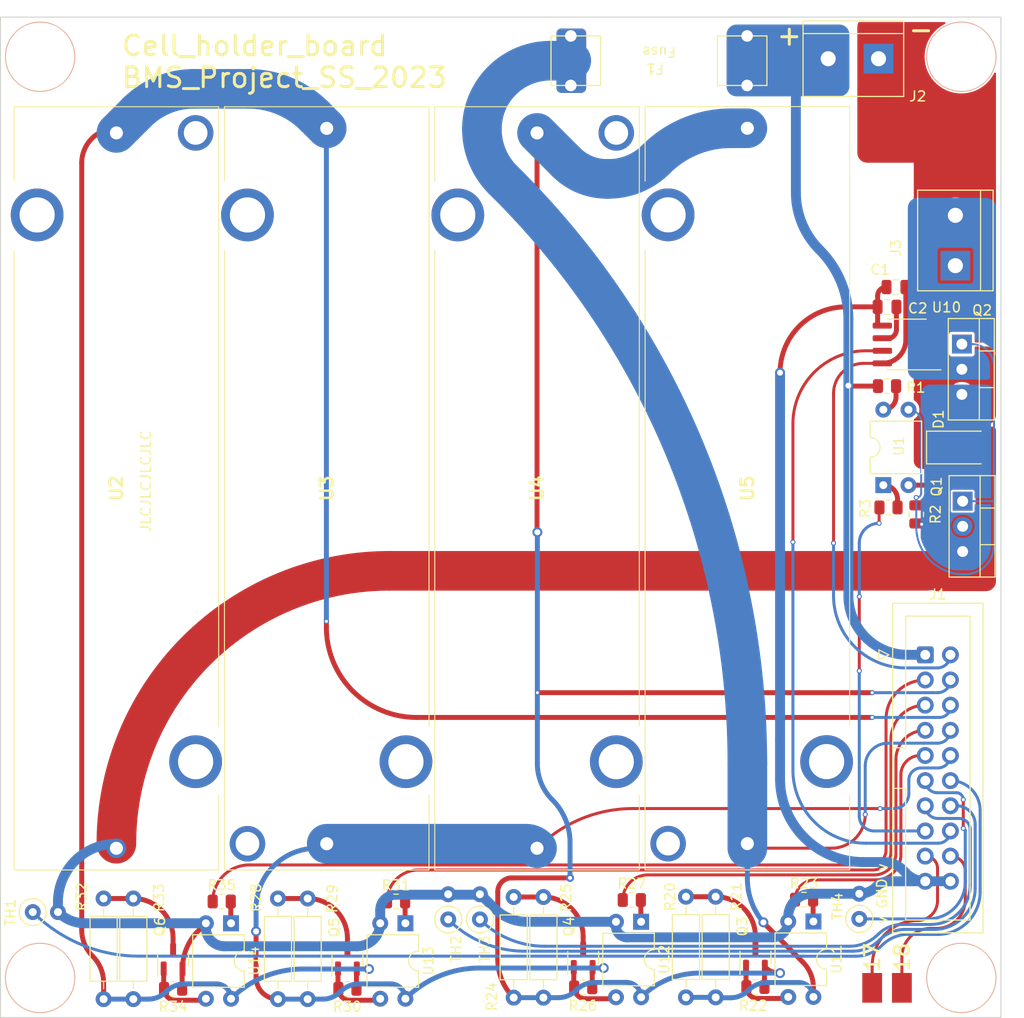
<source format=kicad_pcb>
(kicad_pcb (version 20221018) (generator pcbnew)
  (layers (0 "F.Cu" signal) (31 "B.Cu" signal) (34 "B.Paste" user) (35 "F.Paste" user) (36 "B.SilkS" user "B.Silkscreen") (37 "F.SilkS" user "F.Silkscreen") (38 "B.Mask" user) (39 "F.Mask" user) (44 "Edge.Cuts" user))
  (net 0 "")
  (net 1 "+5V")
  (net 2 "GND")
  (net 3 "Net-(U10-FILTER)")
  (net 4 "/Current_sensor/I_out")
  (net 5 "+BATT")
  (net 6 "/balancing_ctrl_1")
  (net 7 "/balancing_ctrl_2")
  (net 8 "/balancing_ctrl_3")
  (net 9 "/balancing_ctrl_4")
  (net 10 "/bat01")
  (net 11 "/bat02")
  (net 12 "/bat03")
  (net 13 "/temp_sensor01")
  (net 14 "/temp_sensor02")
  (net 15 "/temp_sensor03")
  (net 16 "/temp_sensor04")
  (net 17 "/bat_main_switch")
  (net 18 "/current_sensor")
  (net 19 "Net-(J1-Pin_17)")
  (net 20 "Net-(J1-Pin_18)")
  (net 21 "/Current_sensor/I_in")
  (net 22 "Net-(Q1-G)")
  (net 23 "Net-(Q1-S)")
  (net 24 "Net-(Q3-G)")
  (net 25 "Net-(Q3-D)")
  (net 26 "Net-(Q4-G)")
  (net 27 "Net-(Q4-D)")
  (net 28 "Net-(Q5-G)")
  (net 29 "Net-(Q5-D)")
  (net 30 "Net-(Q6-G)")
  (net 31 "Net-(Q6-D)")
  (net 32 "Net-(R1-Pad2)")
  (net 33 "Net-(R3-Pad2)")
  (net 34 "Net-(R23-Pad2)")
  (net 35 "Net-(R27-Pad2)")
  (net 36 "Net-(R31-Pad2)")
  (net 37 "Net-(R35-Pad2)")
  (net 50 "/bat04")
  (footprint "Package_DIP:DIP-4_W7.62mm" (layer "F.Cu") (at 115.675 150.33 -90)
    (fp_text reference "U12")
    (fp_text value "LTV-817")
  )
  (footprint "Resistor_SMD:R_0805_2012Metric" (layer "F.Cu") (at 132.125 148.1)
    (fp_text reference "R23")
    (fp_text value "1k")
  )
  (footprint "Package_TO_SOT_SMD:SOT-23" (layer "F.Cu") (at 86.025 154.1375 90)
    (fp_text reference "Q5")
    (fp_text value "Q_NMOS_GSD")
  )
  (footprint "Resistor_THT:R_Axial_DIN0207_L6.3mm_D2.5mm_P2.54mm_Vertical" (layer "F.Cu") (at 96.2 150.09 90)
    (fp_text reference "TH2")
    (fp_text value "Thermistor")
  )
  (footprint "BMS_lib:Prototyping_Wood_Hole" (layer "F.Cu") (at 148 156)
    (fp_text reference "M3" hide)
    (fp_text value "Prototyping_Wood_Hole" hide)
  )
  (footprint "Resistor_THT:R_Axial_DIN0207_L6.3mm_D2.5mm_P2.54mm_Vertical" (layer "F.Cu") (at 137.7 150.04 90)
    (fp_text reference "TH4")
    (fp_text value "Thermistor")
  )
  (footprint "Diode_SMD:D_SMA" (layer "F.Cu") (at 148 102.45)
    (fp_text reference "D1")
    (fp_text value "20V")
  )
  (footprint "Resistor_SMD:R_0805_2012Metric" (layer "F.Cu") (at 114.735 148.13)
    (fp_text reference "R27")
    (fp_text value "1k")
  )
  (footprint "Package_TO_SOT_THT:TO-220-3_Vertical" (layer "F.Cu") (at 148.135 107.87 -90)
    (fp_text reference "Q1")
    (fp_text value "IRLB8721PBF")
  )
  (footprint "Resistor_THT:R_Axial_DIN0207_L6.3mm_D2.5mm_P10.16mm_Horizontal" (layer "F.Cu") (at 120.2 157.96 90)
    (fp_text reference "R20")
    (fp_text value "100")
  )
  (footprint "Resistor_SMD:R_0805_2012Metric" (layer "F.Cu") (at 140.5 96.25)
    (fp_text reference "R1")
    (fp_text value "1k")
  )
  (footprint "TerminalBlock:TerminalBlock_bornier-2_P5.08mm" (layer "F.Cu") (at 147.4 84.09 90)
    (fp_text reference "J3")
    (fp_text value "aux_I")
  )
  (footprint "Resistor_SMD:R_0805_2012Metric" (layer "F.Cu") (at 127.215 156.92)
    (fp_text reference "R22")
    (fp_text value "100k")
  )
  (footprint "BMS_lib:Fuse_Glass_5x20mm" (layer "F.Cu") (at 126.375 65.9 180)
    (fp_text reference "F1")
    (fp_text value "Fuse")
  )
  (footprint "Capacitor_SMD:C_0805_2012Metric" (layer "F.Cu") (at 141.4 86.25 180)
    (fp_text reference "C1")
    (fp_text value "220n 25V")
  )
  (footprint "BMS_lib:Prototyping_Wood_Hole" (layer "F.Cu") (at 148 63)
    (fp_text reference "M2" hide)
    (fp_text value "Prototyping_Wood_Hole" hide)
  )
  (footprint "BMS_lib:1043P" (layer "F.Cu") (at 105.166666 106.57 90)
    (fp_text reference "U4")
    (fp_text value "1043P" hide)
  )
  (footprint "Resistor_THT:R_Axial_DIN0207_L6.3mm_D2.5mm_P2.54mm_Vertical" (layer "F.Cu") (at 54.26 149.35)
    (fp_text reference "TH1")
    (fp_text value "Thermistor")
  )
  (footprint "BMS_lib:Prototyping_Pad_Data" (layer "F.Cu") (at 142 157)
    (fp_text reference "PAD2")
    (fp_text value "18")
  )
  (footprint "Resistor_THT:R_Axial_DIN0207_L6.3mm_D2.5mm_P2.54mm_Vertical" (layer "F.Cu") (at 99.4 150.09 90)
    (fp_text reference "TH3")
    (fp_text value "Thermistor")
  )
  (footprint "Resistor_THT:R_Axial_DIN0207_L6.3mm_D2.5mm_P10.16mm_Horizontal" (layer "F.Cu") (at 102.81 157.99 90)
    (fp_text reference "R24")
    (fp_text value "100")
  )
  (footprint "Package_DIP:DIP-4_W7.62mm" (layer "F.Cu") (at 140.125 106.25 90)
    (fp_text reference "U1")
    (fp_text value "LTV-817")
  )
  (footprint "Resistor_THT:R_Axial_DIN0207_L6.3mm_D2.5mm_P10.16mm_Horizontal" (layer "F.Cu") (at 64.41 158.14 90)
    (fp_text reference "R33")
    (fp_text value "100")
  )
  (footprint "Resistor_THT:R_Axial_DIN0207_L6.3mm_D2.5mm_P10.16mm_Horizontal" (layer "F.Cu") (at 79.01 158.14 90)
    (fp_text reference "R28")
    (fp_text value "100")
  )
  (footprint "TerminalBlock:TerminalBlock_bornier-2_P5.08mm" (layer "F.Cu") (at 139.64 63.2 180)
    (fp_text reference "J2")
    (fp_text value "Load_connector")
  )
  (footprint "Resistor_THT:R_Axial_DIN0207_L6.3mm_D2.5mm_P10.16mm_Horizontal" (layer "F.Cu") (at 123.2 157.96 90)
    (fp_text reference "R21")
    (fp_text value "100")
  )
  (footprint "Resistor_THT:R_Axial_DIN0207_L6.3mm_D2.5mm_P10.16mm_Horizontal" (layer "F.Cu") (at 82.01 158.14 90)
    (fp_text reference "R29")
    (fp_text value "100")
  )
  (footprint "Resistor_SMD:R_0805_2012Metric" (layer "F.Cu") (at 140.65 108.5)
    (fp_text reference "R3")
    (fp_text value "4.7k")
  )
  (footprint "Package_TO_SOT_SMD:SOT-23" (layer "F.Cu") (at 109.825 153.9875 90)
    (fp_text reference "Q4")
    (fp_text value "Q_NMOS_GSD")
  )
  (footprint "BMS_lib:Prototyping_Wood_Hole" (layer "F.Cu") (at 55 63)
    (fp_text reference "M1" hide)
    (fp_text value "Prototyping_Wood_Hole" hide)
  )
  (footprint "Package_TO_SOT_THT:TO-220-3_Vertical" (layer "F.Cu") (at 148.055 92.01 -90)
    (fp_text reference "Q2")
    (fp_text value "IRLB8721PBF")
  )
  (footprint "Resistor_SMD:R_0805_2012Metric" (layer "F.Cu") (at 73.335 148.28)
    (fp_text reference "R35")
    (fp_text value "1k")
  )
  (footprint "BMS_lib:Prototyping_Pad_Data" (layer "F.Cu") (at 139 157)
    (fp_text reference "PAD1")
    (fp_text value "17")
  )
  (footprint "BMS_lib:1043P" (layer "F.Cu") (at 83.933333 106.57 -90)
    (fp_text reference "U3")
    (fp_text value "1043P" hide)
  )
  (footprint "Package_TO_SOT_SMD:SOT-23" (layer "F.Cu") (at 68.425 154.1375 90)
    (fp_text reference "Q6")
    (fp_text value "Q_NMOS_GSD")
  )
  (footprint "Connector_IDC:IDC-Header_2x10_P2.54mm_Vertical" (layer "F.Cu") (at 144.36 123.38)
    (fp_text reference "J1")
    (fp_text value "Conn_01x20_Pin")
  )
  (footprint "BMS_lib:1043P" (layer "F.Cu") (at 126.399999 106.56 -90)
    (fp_text reference "U5")
    (fp_text value "1043P" hide)
  )
  (footprint "BMS_lib:1043P" (layer "F.Cu") (at 62.7 106.57 90)
    (fp_text reference "U2")
    (fp_text value "1043P" hide)
  )
  (footprint "Package_SO:SOIC-8_3.9x4.9mm_P1.27mm" (layer "F.Cu") (at 142.5 92.05 180)
    (fp_text reference "U10")
    (fp_text value "ACS712xLCTR-20A")
  )
  (footprint "Resistor_THT:R_Axial_DIN0207_L6.3mm_D2.5mm_P10.16mm_Horizontal" (layer "F.Cu") (at 105.81 157.99 90)
    (fp_text reference "R25")
    (fp_text value "100")
  )
  (footprint "Resistor_SMD:R_0805_2012Metric" (layer "F.Cu") (at 143.45 109.2 -90)
    (fp_text reference "R2")
    (fp_text value "47k")
  )
  (footprint "BMS_lib:Prototyping_Wood_Hole" (layer "F.Cu") (at 55 156)
    (fp_text reference "M4" hide)
    (fp_text value "Prototyping_Wood_Hole" hide)
  )
  (footprint "Resistor_SMD:R_0805_2012Metric" (layer "F.Cu") (at 68.425 157.1)
    (fp_text reference "R34")
    (fp_text value "100k")
  )
  (footprint "Resistor_THT:R_Axial_DIN0207_L6.3mm_D2.5mm_P10.16mm_Horizontal" (layer "F.Cu") (at 61.41 158.14 90)
    (fp_text reference "R32")
    (fp_text value "100")
  )
  (footprint "Package_DIP:DIP-4_W7.62mm" (layer "F.Cu") (at 133.065 150.3 -90)
    (fp_text reference "U11")
    (fp_text value "LTV-817")
  )
  (footprint "Resistor_SMD:R_0805_2012Metric" (layer "F.Cu") (at 90.935 148.28)
    (fp_text reference "R31")
    (fp_text value "1k")
  )
  (footprint "Resistor_SMD:R_0805_2012Metric" (layer "F.Cu") (at 109.825 156.95)
    (fp_text reference "R26")
    (fp_text value "100k")
  )
  (footprint "Resistor_SMD:R_0805_2012Metric" (layer "F.Cu") (at 86.025 157.1)
    (fp_text reference "R30")
    (fp_text value "100k")
  )
  (footprint "Package_DIP:DIP-4_W7.62mm" (layer "F.Cu") (at 91.875 150.48 -90)
    (fp_text reference "U13")
    (fp_text value "LTV-817")
  )
  (footprint "Capacitor_SMD:C_0805_2012Metric" (layer "F.Cu") (at 140.5 88.25 180)
    (fp_text reference "C2")
    (fp_text value "1n")
  )
  (footprint "Package_TO_SOT_SMD:SOT-23" (layer "F.Cu") (at 127.215 153.9575 90)
    (fp_text reference "Q3")
    (fp_text value "Q_NMOS_GSD")
  )
  (footprint "Package_DIP:DIP-4_W7.62mm" (layer "F.Cu") (at 74.275 150.48 -90)
    (fp_text reference "U14")
    (fp_text value "LTV-817")
  )
  (gr_rect (start 51 59) (end 152 160) (stroke (width 0.1)) (fill none) (layer "Edge.Cuts"))
  (gr_text "Cell_holder_board\nBMS_Project_SS_2023" (at 63.08 66.28) (layer "F.SilkS") (effects (font (size 2 2) (thickness 0.3)) (justify left bottom)))
  (gr_text "v GND v" (at 140.57 150.62 90) (layer "F.SilkS") (effects (font (size 1 1)) (justify left bottom)))
  (gr_text "JLCJLCJLCJLC" (at 66.26 111.1 90) (layer "F.SilkS") (effects (font (size 1 1)) (justify left bottom)))
  (gr_text "-" (at 142.5 61.4) (layer "F.SilkS") (effects (font (size 2 2) (thickness 0.3)) (justify left bottom)))
  (gr_text "+" (at 129.2 62) (layer "F.SilkS") (effects (font (size 2 2) (thickness 0.3)) (justify left bottom)))
  (segment (start 142.35 86.25) (end 142.4 86.3) (width 0.5) (layer "F.Cu") (net 1))
  (segment (start 140.025 93.955) (end 138.145 93.955) (width 0.3) (layer "F.Cu") (net 1))
  (segment (start 142.4 86.3) (end 142.4 91.58) (width 0.5) (layer "F.Cu") (net 1))
  (segment (start 135.1 97) (end 135.1 112.1) (width 0.3) (layer "F.Cu") (net 1))
  (via (at 135.1 112.1) (size 0.5) (drill 0.3) (layers "F.Cu" "B.Cu") (net 1))
  (arc (start 142.4 91.58) (mid 141.704379 93.259379) (end 140.025 93.955) (width 0.5) (layer "F.Cu") (net 1))
  (arc (start 138.145 93.955) (mid 135.99186 94.84686) (end 135.1 97) (width 0.3) (layer "F.Cu") (net 1))
  (segment (start 142.399987 124.7) (end 145.58 124.7) (width 0.3) (layer "B.Cu") (net 1))
  (segment (start 135.1 112.1) (end 135.1 117.4) (width 0.3) (layer "B.Cu") (net 1))
  (arc (start 145.58 124.7) (mid 146.513381 124.313381) (end 146.9 123.38) (width 0.3) (layer "B.Cu") (net 1))
  (arc (start 135.1 117.4) (mid 137.238117 122.561883) (end 142.399987 124.7) (width 0.3) (layer "B.Cu") (net 1))
  (segment (start 139.55 90.1) (end 139.6 90.15) (width 0.5) (layer "F.Cu") (net 2))
  (segment (start 139.55 88.25) (end 136.35 88.25) (width 0.5) (layer "F.Cu") (net 2))
  (segment (start 139.55 88.25) (end 139.55 90.1) (width 0.5) (layer "F.Cu") (net 2))
  (segment (start 69.3375 157.1) (end 69.3375 155.1125) (width 0.5) (layer "F.Cu") (net 2))
  (segment (start 142.665 106.25) (end 145.1 106.25) (width 0.5) (layer "F.Cu") (net 2))
  (segment (start 139.55 88.25) (end 139.55 87.15) (width 0.5) (layer "F.Cu") (net 2))
  (segment (start 70.955384 151.259617) (end 71.735 150.48) (width 0.5) (layer "F.Cu") (net 2))
  (segment (start 90.249999 114.9) (end 144.5 114.9) (width 4) (layer "F.Cu") (net 2))
  (via (at 129.7 94.9) (size 1) (drill 0.6) (layers "F.Cu" "B.Cu") (net 2))
  (arc (start 90.249999 114.9) (mid 70.769208 122.969208) (end 62.7 142.45) (width 4) (layer "F.Cu") (net 2))
  (arc (start 139.55 87.15) (mid 139.813604 86.513604) (end 140.45 86.25) (width 0.5) (layer "F.Cu") (net 2))
  (arc (start 69.3375 155.1125) (mid 69.348483 155.085983) (end 69.375 155.075) (width 0.5) (layer "F.Cu") (net 2))
  (arc (start 69.375 155.075) (mid 69.785728 153.010129) (end 70.955384 151.259617) (width 0.5) (layer "F.Cu") (net 2))
  (arc (start 136.35 88.25) (mid 131.64774 90.19774) (end 129.7 94.9) (width 0.5) (layer "F.Cu") (net 2))
  (segment (start 130.525 150.3) (end 130.525 149.84) (width 1) (layer "B.Cu") (net 2))
  (segment (start 129.7 135.9) (end 129.7 131.9) (width 1) (layer "B.Cu") (net 2))
  (segment (start 71.735 150.48) (end 71.735 150.94) (width 1) (layer "B.Cu") (net 2))
  (segment (start 113.135 150.33) (end 113.135 150.79) (width 1) (layer "B.Cu") (net 2))
  (segment (start 142.448041 145.44804) (end 142.1 145.1) (width 1) (layer "B.Cu") (net 2))
  (segment (start 140.16863 144.3) (end 138.1 144.3) (width 1) (layer "B.Cu") (net 2))
  (segment (start 114.245 151.9) (end 128.925 151.9) (width 1) (layer "B.Cu") (net 2))
  (segment (start 73.595 152.8) (end 87.015 152.8) (width 1) (layer "B.Cu") (net 2))
  (segment (start 140.751959 146.24) (end 146.9 146.24) (width 1) (layer "B.Cu") (net 2))
  (segment (start 132.865 147.5) (end 137.7 147.5) (width 1) (layer "B.Cu") (net 2))
  (segment (start 56.8 149.35) (end 56.8 148.35) (width 1) (layer "B.Cu") (net 2))
  (segment (start 59.528061 150.48) (end 71.735 150.48) (width 1) (layer "B.Cu") (net 2))
  (segment (start 137.7 147.5) (end 137.710051 147.5) (width 1) (layer "B.Cu") (net 2))
  (segment (start 90.9 147.6) (end 99.35 147.6) (width 1) (layer "B.Cu") (net 2))
  (segment (start 129.7 131.9) (end 129.7 94.9) (width 1) (layer "B.Cu") (net 2))
  (segment (start 99.485356 147.585355) (end 100.9 149) (width 1) (layer "B.Cu") (net 2))
  (segment (start 104.110904 150.33) (end 113.135 150.33) (width 1) (layer "B.Cu") (net 2))
  (segment (start 89.335 150.48) (end 89.335 149.165) (width 1) (layer "B.Cu") (net 2))
  (arc (start 128.925 151.9) (mid 130.056371 151.431371) (end 130.525 150.3) (width 1) (layer "B.Cu") (net 2))
  (arc (start 87.015 152.8) (mid 88.655488 152.120488) (end 89.335 150.48) (width 1) (layer "B.Cu") (net 2))
  (arc (start 113.135 150.79) (mid 113.460111 151.574889) (end 114.245 151.9) (width 1) (layer "B.Cu") (net 2))
  (arc (start 137.710051 147.5) (mid 138.624645 147.318076) (end 139.4 146.8) (width 1) (layer "B.Cu") (net 2))
  (arc (start 56.8 149.35) (mid 58.051645 150.186323) (end 59.528061 150.48) (width 1) (layer "B.Cu") (net 2))
  (arc (start 138.1 144.3) (mid 132.160303 141.839697) (end 129.7 135.9) (width 1) (layer "B.Cu") (net 2))
  (arc (start 100.9 149) (mid 102.373175 149.984345) (end 104.110904 150.33) (width 1) (layer "B.Cu") (net 2))
  (arc (start 89.335 149.165) (mid 89.793378 148.058378) (end 90.9 147.6) (width 1) (layer "B.Cu") (net 2))
  (arc (start 139.4 146.8) (mid 140.020283 146.38554) (end 140.751959 146.24) (width 1) (layer "B.Cu") (net 2))
  (arc (start 99.35 147.6) (mid 99.385355 147.585355) (end 99.4 147.55) (width 1) (layer "B.Cu") (net 2))
  (arc (start 142.1 145.1) (mid 141.213881 144.507913) (end 140.16863 144.3) (width 1) (layer "B.Cu") (net 2))
  (arc (start 71.735 150.94) (mid 72.279781 152.255219) (end 73.595 152.8) (width 1) (layer "B.Cu") (net 2))
  (arc (start 130.525 149.84) (mid 131.21037 148.18537) (end 132.865 147.5) (width 1) (layer "B.Cu") (net 2))
  (arc (start 144.36 146.24) (mid 143.325255 146.034176) (end 142.448041 145.44804) (width 1) (layer "B.Cu") (net 2))
  (arc (start 99.4 147.55) (mid 99.446194 147.559189) (end 99.485356 147.585355) (width 1) (layer "B.Cu") (net 2))
  (arc (start 56.8 148.35) (mid 58.52807 144.17807) (end 62.7 142.45) (width 1) (layer "B.Cu") (net 2))
  (segment (start 140.543528 91.45) (end 140.4 91.45) (width 0.5) (layer "F.Cu") (net 3))
  (segment (start 141.45 88.25) (end 141.45 90.543528) (width 0.5) (layer "F.Cu") (net 3))
  (arc (start 141.45 90.543528) (mid 141.1845 91.1845) (end 140.543528 91.45) (width 0.5) (layer "F.Cu") (net 3))
  (segment (start 139.5875 96.25) (end 136.65 96.25) (width 0.5) (layer "F.Cu") (net 5))
  (via (at 136.6 96.2) (size 1) (drill 0.6) (layers "F.Cu" "B.Cu") (net 5))
  (arc (start 144.311716 123.4) (mid 144.337847 123.394802) (end 144.36 123.38) (width 1) (layer "F.Cu") (net 5))
  (arc (start 136.65 96.25) (mid 136.614645 96.235355) (end 136.6 96.2) (width 0.5) (layer "F.Cu") (net 5))
  (segment (start 131.3 63.2) (end 131.3 76.705888) (width 1) (layer "B.Cu") (net 5))
  (segment (start 136.6 89.501219) (end 136.6 96.2) (width 1) (layer "B.Cu") (net 5))
  (segment (start 134.56 63.2) (end 131.3 63.2) (width 1) (layer "B.Cu") (net 5))
  (segment (start 142.590003 123.38) (end 144.36 123.38) (width 1) (layer "B.Cu") (net 5))
  (segment (start 136.6 96.2) (end 136.6 117.389997) (width 1) (layer "B.Cu") (net 5))
  (arc (start 131.3 76.705888) (mid 131.923739 79.841639) (end 133.7 82.5) (width 1) (layer "B.Cu") (net 5))
  (arc (start 136.6 117.389997) (mid 138.354431 121.625569) (end 142.590003 123.38) (width 1) (layer "B.Cu") (net 5))
  (arc (start 133.7 82.5) (mid 135.846314 85.712186) (end 136.6 89.501219) (width 1) (layer "B.Cu") (net 5))
  (segment (start 76.11 144.5925) (end 137.7925 144.5925) (width 0.3) (layer "F.Cu") (net 6))
  (segment (start 137.7925 144.5925) (end 138.885747 144.5925) (width 0.3) (layer "F.Cu") (net 6))
  (segment (start 140.4 143.078247) (end 140.4 129.88) (width 0.3) (layer "F.Cu") (net 6))
  (arc (start 137.7925 144.5925) (mid 137.797803 144.594697) (end 137.8 144.6) (width 0.3) (layer "F.Cu") (net 6))
  (arc (start 140.4 129.88) (mid 141.559857 127.079857) (end 144.36 125.92) (width 0.3) (layer "F.Cu") (net 6))
  (arc (start 76.11 144.5925) (mid 73.502544 145.672544) (end 72.4225 148.28) (width 0.3) (layer "F.Cu") (net 6))
  (arc (start 138.885747 144.5925) (mid 139.956486 144.148986) (end 140.4 143.078247) (width 0.3) (layer "F.Cu") (net 6))
  (segment (start 140.9 143.250214) (end 140.9 131.92) (width 0.3) (layer "F.Cu") (net 7))
  (segment (start 93.2025 145.1) (end 139.050214 145.1) (width 0.3) (layer "F.Cu") (net 7))
  (arc (start 90.0225 148.28) (mid 90.9539 146.0314) (end 93.2025 145.1) (width 0.3) (layer "F.Cu") (net 7))
  (arc (start 139.050214 145.1) (mid 140.35821 144.55821) (end 140.9 143.250214) (width 0.3) (layer "F.Cu") (net 7))
  (arc (start 140.9 131.92) (mid 141.913411 129.473411) (end 144.36 128.46) (width 0.3) (layer "F.Cu") (net 7))
  (segment (start 141.4 143.404963) (end 141.4 133.96) (width 0.3) (layer "F.Cu") (net 8))
  (segment (start 116.3525 145.6) (end 139.204963 145.6) (width 0.3) (layer "F.Cu") (net 8))
  (arc (start 139.204963 145.6) (mid 140.757089 144.957089) (end 141.4 143.404963) (width 0.3) (layer "F.Cu") (net 8))
  (arc (start 141.4 133.96) (mid 142.266964 131.866964) (end 144.36 131) (width 0.3) (layer "F.Cu") (net 8))
  (arc (start 113.8225 148.13) (mid 114.56352 146.34102) (end 116.3525 145.6) (width 0.3) (layer "F.Cu") (net 8))
  (segment (start 141.9 143.540997) (end 141.9 135.5) (width 0.3) (layer "F.Cu") (net 9))
  (segment (start 143.86 133.54) (end 144.36 133.54) (width 0.3) (layer "F.Cu") (net 9))
  (segment (start 133.2125 146.1) (end 139.340997 146.1) (width 0.3) (layer "F.Cu") (net 9))
  (arc (start 141.9 135.5) (mid 142.474071 134.114071) (end 143.86 133.54) (width 0.3) (layer "F.Cu") (net 9))
  (arc (start 131.2125 148.1) (mid 131.798286 146.685786) (end 133.2125 146.1) (width 0.3) (layer "F.Cu") (net 9))
  (arc (start 139.340997 146.1) (mid 141.150485 145.350485) (end 141.9 143.540997) (width 0.3) (layer "F.Cu") (net 9))
  (segment (start 61.41 156.479777) (end 61.41 158.14) (width 0.5) (layer "F.Cu") (net 10))
  (segment (start 59.2 73.73) (end 59.2 151.144366) (width 0.5) (layer "F.Cu") (net 10))
  (segment (start 86.9375 157.1) (end 86.9375 155.1125) (width 0.5) (layer "F.Cu") (net 10))
  (segment (start 83.9 120.6) (end 83.9 120) (width 0.5) (layer "F.Cu") (net 10))
  (segment (start 87.035355 155.1) (end 88.2 155.1) (width 0.5) (layer "F.Cu") (net 10))
  (segment (start 139 129.7) (end 93 129.7) (width 0.5) (layer "F.Cu") (net 10))
  (via (at 139 129.7) (size 0.5) (drill 0.3) (layers "F.Cu" "B.Cu") (net 10))
  (via (at 83.9 120) (size 0.5) (drill 0.3) (layers "F.Cu" "B.Cu") (net 10))
  (via (at 88.2 155.1) (size 1) (drill 0.6) (layers "F.Cu" "B.Cu") (net 10))
  (arc (start 93 129.7) (mid 86.565328 127.034672) (end 83.9 120.6) (width 0.5) (layer "F.Cu") (net 10))
  (arc (start 62.7 70.23) (mid 60.225126 71.255126) (end 59.2 73.73) (width 0.5) (layer "F.Cu") (net 10))
  (arc (start 59.2 151.144366) (mid 59.48588 152.581585) (end 60.3 153.8) (width 0.5) (layer "F.Cu") (net 10))
  (arc (start 60.3 153.8) (mid 61.12152 155.029492) (end 61.41 156.479777) (width 0.5) (layer "F.Cu") (net 10))
  (arc (start 86.975 155.075) (mid 87.00269 155.093503) (end 87.035355 155.1) (width 0.5) (layer "F.Cu") (net 10))
  (arc (start 86.9375 155.1125) (mid 86.948483 155.085983) (end 86.975 155.075) (width 0.5) (layer "F.Cu") (net 10))
  (segment (start 83.933333 70.23) (end 82.717548 69.014215) (width 4) (layer "B.Cu") (net 10))
  (segment (start 146.9 128.46) (end 146.9 128.6) (width 0.5) (layer "B.Cu") (net 10))
  (segment (start 88.2 155.1) (end 81.51764 155.1) (width 0.5) (layer "B.Cu") (net 10))
  (segment (start 76.02 66.24) (end 70.52 66.24) (width 4) (layer "B.Cu") (net 10))
  (segment (start 62.7 70.69) (end 64.76705 68.62295) (width 4) (layer "B.Cu") (net 10))
  (segment (start 83.9 120) (end 83.9 70.723333) (width 0.5) (layer "B.Cu") (net 10))
  (segment (start 64.41 158.14) (end 65.913482 158.14) (width 0.5) (layer "B.Cu") (net 10))
  (segment (start 145.8 129.7) (end 139 129.7) (width 0.3) (layer "B.Cu") (net 10))
  (segment (start 69.63137 156.6) (end 72.775001 156.6) (width 0.5) (layer "B.Cu") (net 10))
  (segment (start 61.41 158.14) (end 64.41 158.14) (width 0.5) (layer "B.Cu") (net 10))
  (arc (start 65.913482 158.14) (mid 66.880339 157.947681) (end 67.7 157.4) (width 0.5) (layer "B.Cu") (net 10))
  (arc (start 83.9 70.723333) (mid 83.909763 70.699763) (end 83.933333 70.69) (width 0.5) (layer "B.Cu") (net 10))
  (arc (start 72.775001 156.6) (mid 73.83566 157.03934) (end 74.275 158.1) (width 0.5) (layer "B.Cu") (net 10))
  (arc (start 81.51764 155.1) (mid 77.597951 155.879674) (end 74.275 158.1) (width 0.5) (layer "B.Cu") (net 10))
  (arc (start 82.717548 69.014215) (mid 79.644687 66.960995) (end 76.02 66.24) (width 4) (layer "B.Cu") (net 10))
  (arc (start 67.7 157.4) (mid 68.586119 156.807914) (end 69.63137 156.6) (width 0.5) (layer "B.Cu") (net 10))
  (arc (start 64.76705 68.62295) (mid 67.406526 66.859309) (end 70.52 66.24) (width 4) (layer "B.Cu") (net 10))
  (arc (start 146.9 128.6) (mid 146.577817 129.377817) (end 145.8 129.7) (width 0.3) (layer "B.Cu") (net 10))
  (segment (start 76.8 151.3) (end 76.8 155.93) (width 0.5) (layer "F.Cu") (net 11))
  (segment (start 139.8005 138.9) (end 114.847662 138.9) (width 0.3) (layer "F.Cu") (net 11))
  (segment (start 111.9 155) (end 110.956066 155) (width 0.5) (layer "F.Cu") (net 11))
  (segment (start 110.7375 156.95) (end 110.7375 154.9625) (width 0.5) (layer "F.Cu") (net 11))
  (via (at 76.8 151.3) (size 1) (drill 0.6) (layers "F.Cu" "B.Cu") (net 11))
  (via (at 139.8005 138.9) (size 0.5) (drill 0.3) (layers "F.Cu" "B.Cu") (net 11))
  (via (at 111.9 155) (size 1) (drill 0.6) (layers "F.Cu" "B.Cu") (net 11))
  (arc (start 76.8 155.93) (mid 77.447294 157.492706) (end 79.01 158.14) (width 0.5) (layer "F.Cu") (net 11))
  (arc (start 110.956066 155) (mid 110.858074 154.980508) (end 110.775 154.925) (width 0.5) (layer "F.Cu") (net 11))
  (arc (start 110.7375 154.9625) (mid 110.748483 154.935983) (end 110.775 154.925) (width 0.5) (layer "F.Cu") (net 11))
  (arc (start 114.847662 138.9) (mid 109.608345 139.942165) (end 105.166666 142.91) (width 0.3) (layer "F.Cu") (net 11))
  (segment (start 79.01 158.14) (end 82.01 158.14) (width 0.5) (layer "B.Cu") (net 11))
  (segment (start 143.942943 134.8) (end 145.64 134.8) (width 0.3) (layer "B.Cu") (net 11))
  (segment (start 87.23137 156.6) (end 90.375 156.6) (width 0.5) (layer "B.Cu") (net 11))
  (segment (start 139.8005 138.9) (end 141.2 138.9) (width 0.3) (layer "B.Cu") (net 11))
  (segment (start 99.359062 155) (end 111.9 155) (width 0.5) (layer "B.Cu") (net 11))
  (segment (start 83.933333 142.91) (end 82.89 142.91) (width 0.5) (layer "B.Cu") (net 11))
  (segment (start 142.7 137.4) (end 142.7 136.042943) (width 0.3) (layer "B.Cu") (net 11))
  (segment (start 76.8 149) (end 76.8 151.3) (width 0.5) (layer "B.Cu") (net 11))
  (segment (start 83.933333 142.45) (end 104.056128 142.45) (width 4) (layer "B.Cu") (net 11))
  (segment (start 82.01 158.14) (end 83.513482 158.14) (width 0.5) (layer "B.Cu") (net 11))
  (arc (start 85.3 157.4) (mid 86.186119 156.807914) (end 87.23137 156.6) (width 0.5) (layer "B.Cu") (net 11))
  (arc (start 83.513482 158.14) (mid 84.480339 157.947681) (end 85.3 157.4) (width 0.5) (layer "B.Cu") (net 11))
  (arc (start 82.89 142.91) (mid 78.58372 144.69372) (end 76.8 149) (width 0.5) (layer "B.Cu") (net 11))
  (arc (start 90.375 156.6) (mid 91.43566 157.03934) (end 91.875 158.1) (width 0.5) (layer "B.Cu") (net 11))
  (arc (start 91.875 158.1) (mid 95.308716 155.805664) (end 99.359062 155) (width 0.5) (layer "B.Cu") (net 11))
  (arc (start 104.056128 142.45) (mid 104.657146 142.56955) (end 105.166666 142.91) (width 4) (layer "B.Cu") (net 11))
  (arc (start 145.64 134.8) (mid 146.530955 134.430955) (end 146.9 133.54) (width 0.3) (layer "B.Cu") (net 11))
  (arc (start 142.7 136.042943) (mid 143.06405 135.16405) (end 143.942943 134.8) (width 0.3) (layer "B.Cu") (net 11))
  (arc (start 141.2 138.9) (mid 142.26066 138.46066) (end 142.7 137.4) (width 0.3) (layer "B.Cu") (net 11))
  (segment (start 105.166666 70.23) (end 105.166666 110.966666) (width 0.5) (layer "F.Cu") (net 12))
  (segment (start 101.2 147.3) (end 101.2 154.103117) (width 0.5) (layer "F.Cu") (net 12))
  (segment (start 139 127.2) (end 105.2 127.2) (width 0.5) (layer "F.Cu") (net 12))
  (segment (start 105.166666 110.966666) (end 105.2 111) (width 0.5) (layer "F.Cu") (net 12))
  (segment (start 129.7 155.5105) (end 129.650948 155.5105) (width 0.5) (layer "F.Cu") (net 12))
  (segment (start 102.6 145.9) (end 102.8 145.9) (width 0.5) (layer "F.Cu") (net 12))
  (segment (start 128.1275 156.92) (end 128.1275 154.9325) (width 0.5) (layer "F.Cu") (net 12))
  (segment (start 102.8 145.9) (end 108.5 145.9) (width 0.5) (layer "F.Cu") (net 12))
  (via (at 105.2 111) (size 1) (drill 0.6) (layers "F.Cu" "B.Cu") (net 12))
  (via (at 108.5 145.9) (size 0.8) (drill 0.4) (layers "F.Cu" "B.Cu") (net 12))
  (via (at 105.2 127.2) (size 0.5) (drill 0.3) (layers "F.Cu" "B.Cu") (net 12))
  (via (at 139 127.2) (size 0.5) (drill 0.3) (layers "F.Cu" "B.Cu") (net 12))
  (via (at 129.7 155.5105) (size 1) (drill 0.6) (layers "F.Cu" "B.Cu") (net 12))
  (arc (start 128.1275 154.9325) (mid 128.138483 154.905983) (end 128.165 154.895) (width 0.5) (layer "F.Cu") (net 12))
  (arc (start 129.650948 155.5105) (mid 128.846759 155.350537) (end 128.165 154.895) (width 0.5) (layer "F.Cu") (net 12))
  (arc (start 101.2 154.103117) (mid 101.618425 156.206682) (end 102.81 157.99) (width 0.5) (layer "F.Cu") (net 12))
  (arc (start 101.2 147.3) (mid 101.610051 146.310051) (end 102.6 145.9) (width 0.5) (layer "F.Cu") (net 12))
  (segment (start 124.722346 70.22) (end 126.399999 70.22) (width 4) (layer "B.Cu") (net 12))
  (segment (start 105.2 111) (end 105.2 127.2) (width 0.5) (layer "B.Cu") (net 12))
  (segment (start 105.166666 70.69) (end 108.114323 73.637657) (width 4) (layer "B.Cu") (net 12))
  (segment (start 105.2 134.37868) (end 105.2 127.2) (width 0.5) (layer "B.Cu") (net 12))
  (segment (start 108.5 145.9) (end 108.5 142.345584) (width 0.5) (layer "B.Cu") (net 12))
  (segment (start 112.2 75.33) (end 112.385716 75.33) (width 4) (layer "B.Cu") (net 12))
  (segment (start 145.62 127.2) (end 145.1 127.2) (width 0.3) (layer "B.Cu") (net 12))
  (segment (start 145.1 127.2) (end 139 127.2) (width 0.3) (layer "B.Cu") (net 12))
  (segment (start 111.03137 156.45) (end 114.175 156.45) (width 0.5) (layer "B.Cu") (net 12))
  (segment (start 102.81 157.99) (end 105.81 157.99) (width 0.5) (layer "B.Cu") (net 12))
  (segment (start 105.81 157.99) (end 107.313482 157.99) (width 0.5) (layer "B.Cu") (net 12))
  (segment (start 121.564473 155.5105) (end 129.7 155.5105) (width 0.5) (layer "B.Cu") (net 12))
  (arc (start 109.1 157.25) (mid 109.986119 156.657914) (end 111.03137 156.45) (width 0.5) (layer "B.Cu") (net 12))
  (arc (start 146.9 125.92) (mid 146.525097 126.825097) (end 145.62 127.2) (width 0.3) (layer "B.Cu") (net 12))
  (arc (start 107.313482 157.99) (mid 108.280339 157.797681) (end 109.1 157.25) (width 0.5) (layer "B.Cu") (net 12))
  (arc (start 115.675 157.95) (mid 118.377112 156.144506) (end 121.564473 155.5105) (width 0.5) (layer "B.Cu") (net 12))
  (arc (start 114.175 156.45) (mid 115.23566 156.88934) (end 115.675 157.95) (width 0.5) (layer "B.Cu") (net 12))
  (arc (start 108.5 142.345584) (mid 108.032195 139.993771) (end 106.7 138) (width 0.5) (layer "B.Cu") (net 12))
  (arc (start 108.114323 73.637657) (mid 109.988847 74.890174) (end 112.2 75.33) (width 4) (layer "B.Cu") (net 12))
  (arc (start 112.385716 75.33) (mid 114.985775 74.812816) (end 117.19 73.34) (width 4) (layer "B.Cu") (net 12))
  (arc (start 117.19 73.34) (mid 120.645869 71.030862) (end 124.722346 70.22) (width 4) (layer "B.Cu") (net 12))
  (arc (start 106.7 138) (mid 105.589837 136.338525) (end 105.2 134.37868) (width 0.5) (layer "B.Cu") (net 12))
  (segment (start 143.409906 151.609906) (end 145.603602 151.609906) (width 0.3) (layer "B.Cu") (net 13))
  (segment (start 143.4 151.6) (end 143.409906 151.609906) (width 0.3) (layer "B.Cu") (net 13))
  (segment (start 65.00325 153.8) (end 132 153.8) (width 0.3) (layer "B.Cu") (net 13))
  (segment (start 142.655634 151.6) (end 143.4 151.6) (width 0.3) (layer "B.Cu") (net 13))
  (segment (start 132 153.8) (end 132.00736 153.80736) (width 0.3) (layer "B.Cu") (net 13))
  (segment (start 132.00736 153.80736) (end 137.326597 153.80736) (width 0.3) (layer "B.Cu") (net 13))
  (segment (start 149.9 147.313508) (end 149.9 139.08) (width 0.3) (layer "B.Cu") (net 13))
  (arc (start 145.603602 151.609906) (mid 148.641614 150.35152) (end 149.9 147.313508) (width 0.3) (layer "B.Cu") (net 13))
  (arc (start 137.326597 153.80736) (mid 138.773432 153.519567) (end 140 152.7) (width 0.3) (layer "B.Cu") (net 13))
  (arc (start 149.9 139.08) (mid 149.02132 136.95868) (end 146.9 136.08) (width 0.3) (layer "B.Cu") (net 13))
  (arc (start 140 152.7) (mid 141.218415 151.885881) (end 142.655634 151.6) (width 0.3) (layer "B.Cu") (net 13))
  (arc (start 54.26 149.35) (mid 59.189045 152.643483) (end 65.00325 153.8) (width 0.3) (layer "B.Cu") (net 13))
  (segment (start 145.237238 151.102483) (end 143.702483 151.102483) (width 0.3) (layer "B.Cu") (net 14))
  (segment (start 143.702483 151.102483) (end 143.7 151.1) (width 0.3) (layer "B.Cu") (net 14))
  (segment (start 149.4 140.5) (end 149.4 146.939721) (width 0.3) (layer "B.Cu") (net 14))
  (segment (start 137.044366 153.3) (end 103.949625 153.3) (width 0.3) (layer "B.Cu") (net 14))
  (segment (start 143.7 151.1) (end 142.355634 151.1) (width 0.3) (layer "B.Cu") (net 14))
  (segment (start 146.9 138.62) (end 147.52 138.62) (width 0.3) (layer "B.Cu") (net 14))
  (arc (start 139.7 152.2) (mid 138.481585 153.01412) (end 137.044366 153.3) (width 0.3) (layer "B.Cu") (net 14))
  (arc (start 147.52 138.62) (mid 148.849361 139.170639) (end 149.4 140.5) (width 0.3) (layer "B.Cu") (net 14))
  (arc (start 149.4 146.939721) (mid 148.180755 149.883238) (end 145.237238 151.102483) (width 0.3) (layer "B.Cu") (net 14))
  (arc (start 142.355634 151.1) (mid 140.918415 151.385881) (end 139.7 152.2) (width 0.3) (layer "B.Cu") (net 14))
  (arc (start 103.949625 153.3) (mid 99.755558 152.465748) (end 96.2 150.09) (width 0.3) (layer "B.Cu") (net 14))
  (segment (start 142.014213 150.6) (end 144.906682 150.6) (width 0.3) (layer "B.Cu") (net 15))
  (segment (start 148.9 146.606682) (end 148.9 141.046558) (width 0.3) (layer "B.Cu") (net 15))
  (segment (start 105.942518 152.8) (end 136.702944 152.8) (width 0.3) (layer "B.Cu") (net 15))
  (segment (start 147.753442 139.9) (end 145.64 139.9) (width 0.3) (layer "B.Cu") (net 15))
  (arc (start 99.4 150.09) (mid 102.401732 152.095694) (end 105.942518 152.8) (width 0.3) (layer "B.Cu") (net 15))
  (arc (start 145.64 139.9) (mid 144.734903 139.525097) (end 144.36 138.62) (width 0.3) (layer "B.Cu") (net 15))
  (arc (start 136.702944 152.8) (mid 138.270819 152.48813) (end 139.6 151.6) (width 0.3) (layer "B.Cu") (net 15))
  (arc (start 144.906682 150.6) (mid 147.730384 149.430384) (end 148.9 146.606682) (width 0.3) (layer "B.Cu") (net 15))
  (arc (start 148.9 141.046558) (mid 148.564181 140.235819) (end 147.753442 139.9) (width 0.3) (layer "B.Cu") (net 15))
  (arc (start 139.6 151.6) (mid 140.70765 150.859892) (end 142.014213 150.6) (width 0.3) (layer "B.Cu") (net 15))
  (segment (start 148.2 138) (end 148.2 140.9) (width 0.3) (layer "F.Cu") (net 16))
  (via (at 148.2 138) (size 0.5) (drill 0.3) (layers "F.Cu" "B.Cu") (net 16))
  (via (at 148.2 140.9) (size 0.5) (drill 0.3) (layers "F.Cu" "B.Cu") (net 16))
  (segment (start 148.4 141.1) (end 148.4 146.3) (width 0.3) (layer "B.Cu") (net 16))
  (segment (start 148.2 140.9) (end 148.4 141.1) (width 0.3) (layer "B.Cu") (net 16))
  (segment (start 145.58 137.3) (end 147.5 137.3) (width 0.3) (layer "B.Cu") (net 16))
  (segment (start 144.66 150.04) (end 137.7 150.04) (width 0.3) (layer "B.Cu") (net 16))
  (arc (start 144.36 136.08) (mid 144.71733 136.94267) (end 145.58 137.3) (width 0.3) (layer "B.Cu") (net 16))
  (arc (start 148.4 146.3) (mid 147.304579 148.944579) (end 144.66 150.04) (width 0.3) (layer "B.Cu") (net 16))
  (arc (start 147.5 137.3) (mid 147.994975 137.505025) (end 148.2 138) (width 0.3) (layer "B.Cu") (net 16))
  (segment (start 137.7 125) (end 137.7 117.5) (width 0.3) (layer "F.Cu") (net 17))
  (segment (start 139.7 110.1) (end 139.7 108.5375) (width 0.3) (layer "F.Cu") (net 17))
  (via (at 139.7 110.1) (size 0.5) (drill 0.3) (layers "F.Cu" "B.Cu") (net 17))
  (via (at 137.7 125) (size 0.5) (drill 0.3) (layers "F.Cu" "B.Cu") (net 17))
  (via (at 137.7 117.5) (size 0.5) (drill 0.3) (layers "F.Cu" "B.Cu") (net 17))
  (arc (start 139.7 108.5375) (mid 139.710983 108.510983) (end 139.7375 108.5) (width 0.3) (layer "F.Cu") (net 17))
  (segment (start 137.7 117.5) (end 137.7 112.1) (width 0.3) (layer "B.Cu") (net 17))
  (segment (start 139.199969 141.16) (end 144.36 141.16) (width 0.3) (layer "B.Cu") (net 17))
  (segment (start 137.7 125) (end 137.7 139.660031) (width 0.3) (layer "B.Cu") (net 17))
  (arc (start 137.7 112.1) (mid 138.285786 110.685786) (end 139.7 110.1) (width 0.3) (layer "B.Cu") (net 17))
  (arc (start 137.7 139.660031) (mid 138.13934 140.72066) (end 139.199969 141.16) (width 0.3) (layer "B.Cu") (net 17))
  (segment (start 131 100.057893) (end 131 111.5) (width 0.3) (layer "F.Cu") (net 18))
  (segment (start 140.025 92.685) (end 138.372893 92.685) (width 0.3) (layer "F.Cu") (net 18))
  (segment (start 131 111.5) (end 131 112) (width 0.3) (layer "F.Cu") (net 18))
  (via (at 131 112) (size 0.5) (drill 0.3) (layers "F.Cu" "B.Cu") (net 18))
  (arc (start 138.372893 92.685) (mid 133.15947 94.84447) (end 131 100.057893) (width 0.3) (layer "F.Cu") (net 18))
  (segment (start 138.37968 142.4) (end 145.66 142.4) (width 0.3) (layer "B.Cu") (net 18))
  (segment (start 131 112) (end 131 135.02032) (width 0.3) (layer "B.Cu") (net 18))
  (arc (start 131 135.02032) (mid 133.161458 140.238542) (end 138.37968 142.4) (width 0.3) (layer "B.Cu") (net 18))
  (arc (start 145.66 142.4) (mid 146.536812 142.036812) (end 146.9 141.16) (width 0.3) (layer "B.Cu") (net 18))
  (segment (start 139 157) (end 139 154.8) (width 0.3) (layer "F.Cu") (net 19))
  (segment (start 145.6 148.2) (end 145.6 144.94) (width 0.3) (layer "F.Cu") (net 19))
  (arc (start 143.6 150.2) (mid 145.014214 149.614214) (end 145.6 148.2) (width 0.3) (layer "F.Cu") (net 19))
  (arc (start 145.6 144.94) (mid 145.236812 144.063188) (end 144.36 143.7) (width 0.3) (layer "F.Cu") (net 19))
  (arc (start 139 154.8) (mid 140.347309 151.547309) (end 143.6 150.2) (width 0.3) (layer "F.Cu") (net 19))
  (segment (start 144.9 151) (end 145.5 151) (width 0.3) (layer "F.Cu") (net 20))
  (segment (start 142 157) (end 142 153.9) (width 0.3) (layer "F.Cu") (net 20))
  (segment (start 148.4 148.1) (end 148.4 145.2) (width 0.3) (layer "F.Cu") (net 20))
  (arc (start 148.4 145.2) (mid 147.96066 144.13934) (end 146.9 143.7) (width 0.3) (layer "F.Cu") (net 20))
  (arc (start 142 153.9) (mid 142.84939 151.84939) (end 144.9 151) (width 0.3) (layer "F.Cu") (net 20))
  (arc (start 145.5 151) (mid 147.55061 150.15061) (end 148.4 148.1) (width 0.3) (layer "F.Cu") (net 20))
  (segment (start 143.45 107.5) (end 143.45 108.2875) (width 0.2) (layer "F.Cu") (net 22))
  (via (at 143.45 107.5) (size 0.5) (drill 0.3) (layers "F.Cu" "B.Cu") (net 22))
  (segment (start 151.3 94.25) (end 151.3 104.705) (width 0.2) (layer "B.Cu") (net 22))
  (segment (start 148.055 92.01) (end 149.06 92.01) (width 0.2) (layer "B.Cu") (net 22))
  (segment (start 143.45 107.5) (end 143.5 107.5) (width 0.2) (layer "B.Cu") (net 22))
  (segment (start 148.135 107.87) (end 151.27 107.87) (width 0.2) (layer "B.Cu") (net 22))
  (segment (start 143.45 110.45) (end 143.45 107.5) (width 0.2) (layer "B.Cu") (net 22))
  (segment (start 148.35 115.25) (end 148.25 115.25) (width 0.2) (layer "B.Cu") (net 22))
  (segment (start 151.3 104.705) (end 151.3 107.9) (width 0.2) (layer "B.Cu") (net 22))
  (segment (start 143.95 107.05) (end 143.95 99.915) (width 0.2) (layer "B.Cu") (net 22))
  (segment (start 151.3 107.9) (end 151.3 112.3) (width 0.2) (layer "B.Cu") (net 22))
  (arc (start 151.27 107.87) (mid 151.291213 107.878787) (end 151.3 107.9) (width 0.2) (layer "B.Cu") (net 22))
  (arc (start 149.06 92.01) (mid 150.643919 92.666081) (end 151.3 94.25) (width 0.2) (layer "B.Cu") (net 22))
  (arc (start 143.95 99.915) (mid 143.573632 99.006368) (end 142.665 98.63) (width 0.2) (layer "B.Cu") (net 22))
  (arc (start 148.25 115.25) (mid 144.855887 113.844113) (end 143.45 110.45) (width 0.2) (layer "B.Cu") (net 22))
  (arc (start 143.5 107.5) (mid 143.818198 107.368198) (end 143.95 107.05) (width 0.2) (layer "B.Cu") (net 22))
  (arc (start 151.3 112.3) (mid 150.435965 114.385965) (end 148.35 115.25) (width 0.2) (layer "B.Cu") (net 22))
  (segment (start 143.661243 110.2) (end 144 110.2) (width 0.2) (layer "F.Cu") (net 23))
  (via (at 144 110.2) (size 0.5) (drill 0.3) (layers "F.Cu" "B.Cu") (net 23))
  (arc (start 143.45 110.1125) (mid 143.546919 110.177259) (end 143.661243 110.2) (width 0.2) (layer "F.Cu") (net 23))
  (segment (start 126.265 154.895) (end 126.265 156.8825) (width 0.5) (layer "F.Cu") (net 24))
  (segment (start 130.525 157.92) (end 130.375 158.07) (width 0.5) (layer "F.Cu") (net 24))
  (segment (start 130.375 158.07) (end 127.4525 158.07) (width 0.5) (layer "F.Cu") (net 24))
  (arc (start 127.4525 158.07) (mid 126.639327 157.733173) (end 126.3025 156.92) (width 0.5) (layer "F.Cu") (net 24))
  (arc (start 126.265 156.8825) (mid 126.275983 156.909017) (end 126.3025 156.92) (width 0.5) (layer "F.Cu") (net 24))
  (segment (start 120.2 147.8) (end 123.2 147.8) (width 0.5) (layer "F.Cu") (net 25))
  (segment (start 127.215 151.815) (end 127.215 153.02) (width 0.5) (layer "F.Cu") (net 25))
  (arc (start 123.2 147.8) (mid 126.039034 148.975966) (end 127.215 151.815) (width 0.5) (layer "F.Cu") (net 25))
  (segment (start 113.135 157.95) (end 112.985 158.1) (width 0.5) (layer "F.Cu") (net 26))
  (segment (start 112.985 158.1) (end 110.0625 158.1) (width 0.5) (layer "F.Cu") (net 26))
  (segment (start 108.875 154.925) (end 108.875 156.9125) (width 0.5) (layer "F.Cu") (net 26))
  (arc (start 110.0625 158.1) (mid 109.249327 157.763173) (end 108.9125 156.95) (width 0.5) (layer "F.Cu") (net 26))
  (arc (start 108.875 156.9125) (mid 108.885983 156.939017) (end 108.9125 156.95) (width 0.5) (layer "F.Cu") (net 26))
  (segment (start 102.81 147.83) (end 105.81 147.83) (width 0.5) (layer "F.Cu") (net 27))
  (segment (start 109.825 151.845) (end 109.825 153.05) (width 0.5) (layer "F.Cu") (net 27))
  (arc (start 105.81 147.83) (mid 108.649034 149.005966) (end 109.825 151.845) (width 0.5) (layer "F.Cu") (net 27))
  (segment (start 85.075 155.075) (end 85.075 157.0625) (width 0.5) (layer "F.Cu") (net 28))
  (segment (start 89.185 158.25) (end 86.2625 158.25) (width 0.5) (layer "F.Cu") (net 28))
  (segment (start 89.335 158.1) (end 89.185 158.25) (width 0.5) (layer "F.Cu") (net 28))
  (arc (start 85.075 157.0625) (mid 85.085983 157.089017) (end 85.1125 157.1) (width 0.5) (layer "F.Cu") (net 28))
  (arc (start 86.2625 158.25) (mid 85.449327 157.913173) (end 85.1125 157.1) (width 0.5) (layer "F.Cu") (net 28))
  (segment (start 86.025 151.995) (end 86.025 153.2) (width 0.5) (layer "F.Cu") (net 29))
  (segment (start 79.01 147.98) (end 82.01 147.98) (width 0.5) (layer "F.Cu") (net 29))
  (arc (start 82.01 147.98) (mid 84.849034 149.155966) (end 86.025 151.995) (width 0.5) (layer "F.Cu") (net 29))
  (segment (start 71.585 158.25) (end 68.6625 158.25) (width 0.5) (layer "F.Cu") (net 30))
  (segment (start 71.735 158.1) (end 71.585 158.25) (width 0.5) (layer "F.Cu") (net 30))
  (segment (start 67.475 155.075) (end 67.475 157.0625) (width 0.5) (layer "F.Cu") (net 30))
  (arc (start 68.6625 158.25) (mid 67.849327 157.913173) (end 67.5125 157.1) (width 0.5) (layer "F.Cu") (net 30))
  (arc (start 67.475 157.0625) (mid 67.485983 157.089017) (end 67.5125 157.1) (width 0.5) (layer "F.Cu") (net 30))
  (segment (start 68.425 151.995) (end 68.425 153.2) (width 0.5) (layer "F.Cu") (net 31))
  (segment (start 61.41 147.98) (end 64.41 147.98) (width 0.5) (layer "F.Cu") (net 31))
  (arc (start 64.41 147.98) (mid 67.249034 149.155966) (end 68.425 151.995) (width 0.5) (layer "F.Cu") (net 31))
  (segment (start 141.4125 96.25) (end 141.4125 97.3425) (width 0.5) (layer "F.Cu") (net 32))
  (arc (start 141.4125 97.3425) (mid 141.0354 98.2529) (end 140.125 98.63) (width 0.5) (layer "F.Cu") (net 32))
  (segment (start 141.5625 108.5) (end 141.5625 107.6875) (width 0.5) (layer "F.Cu") (net 33))
  (arc (start 141.5625 107.6875) (mid 141.141466 106.671034) (end 140.125 106.25) (width 0.5) (layer "F.Cu") (net 33))
  (segment (start 133.0375 148.1) (end 133.0375 150.2725) (width 0.5) (layer "F.Cu") (net 34))
  (segment (start 133.0375 150.2725) (end 133.065 150.3) (width 0.5) (layer "F.Cu") (net 34))
  (segment (start 115.6475 148.13) (end 115.6475 150.3025) (width 0.5) (layer "F.Cu") (net 35))
  (segment (start 115.6475 150.3025) (end 115.675 150.33) (width 0.5) (layer "F.Cu") (net 35))
  (segment (start 91.8475 148.28) (end 91.8475 150.4525) (width 0.5) (layer "F.Cu") (net 36))
  (segment (start 91.8475 150.4525) (end 91.875 150.48) (width 0.5) (layer "F.Cu") (net 36))
  (segment (start 74.2475 148.28) (end 74.2475 150.4525) (width 0.5) (layer "F.Cu") (net 37))
  (segment (start 74.2475 150.4525) (end 74.275 150.48) (width 0.5) (layer "F.Cu") (net 37))
  (segment (start 128.016589 150.383411) (end 128.016589 150.416589) (width 0.5) (layer "F.Cu") (net 50))
  (segment (start 134.8995 142.9) (end 126.399999 142.9) (width 0.3) (layer "F.Cu") (net 50))
  (segment (start 133.065 156.971137) (end 133.065 157.92) (width 0.5) (layer "F.Cu") (net 50))
  (segment (start 128.016589 150.416589) (end 132 154.4) (width 0.5) (layer "F.Cu") (net 50))
  (via (at 138.3 139.4995) (size 0.5) (drill 0.3) (layers "F.Cu" "B.Cu") (net 50))
  (via (at 128.016589 150.383411) (size 1) (drill 0.6) (layers "F.Cu" "B.Cu") (net 50))
  (arc (start 132 154.4) (mid 132.788225 155.579642) (end 133.065 156.971137) (width 0.5) (layer "F.Cu") (net 50))
  (arc (start 138.3 139.4995) (mid 137.304017 141.904017) (end 134.8995 142.9) (width 0.3) (layer "F.Cu") (net 50))
  (segment (start 120.2 157.96) (end 123.2 157.96) (width 0.5) (layer "B.Cu") (net 50))
  (segment (start 128.016589 150.383411) (end 128.016589 150.353602) (width 0.5) (layer "B.Cu") (net 50))
  (segment (start 145.6 132.3) (end 144.3 132.3) (width 0.3) (layer "B.Cu") (net 50))
  (segment (start 126.399999 145.971571) (end 126.399999 142.9) (width 0.5) (layer "B.Cu") (net 50))
  (segment (start 138.3 134.6) (end 138.3 139.4995) (width 0.3) (layer "B.Cu") (net 50))
  (segment (start 128.42137 156.46) (end 131.565 156.46) (width 0.5) (layer "B.Cu") (net 50))
  (segment (start 128.016589 150.353602) (end 127.863739 150.200752) (width 0.5) (layer "B.Cu") (net 50))
  (segment (start 126.399999 134.323965) (end 126.399999 142.9) (width 4) (layer "B.Cu") (net 50))
  (segment (start 108.625 63.4) (end 106.5 63.4) (width 4) (layer "B.Cu") (net 50))
  (segment (start 101.72132 75.421321) (end 102.2 75.9) (width 4) (layer "B.Cu") (net 50))
  (segment (start 123.2 158) (end 124.703482 158) (width 0.5) (layer "B.Cu") (net 50))
  (segment (start 144.3 132.3) (end 140.6 132.3) (width 0.3) (layer "B.Cu") (net 50))
  (arc (start 99.6 70.3) (mid 100.151313 73.071639) (end 101.72132 75.421321) (width 4) (layer "B.Cu") (net 50))
  (arc (start 126.49 157.26) (mid 127.376119 156.667914) (end 128.42137 156.46) (width 0.5) (layer "B.Cu") (net 50))
  (arc (start 124.703482 158) (mid 125.670339 157.807681) (end 126.49 157.26) (width 0.5) (layer "B.Cu") (net 50))
  (arc (start 140.6 132.3) (mid 138.973654 132.973654) (end 138.3 134.6) (width 0.3) (layer "B.Cu") (net 50))
  (arc (start 146.9 131) (mid 146.519239 131.919239) (end 145.6 132.3) (width 0.3) (layer "B.Cu") (net 50))
  (arc (start 102.2 75.9) (mid 120.110624 102.705143) (end 126.399999 134.323965) (width 4) (layer "B.Cu") (net 50))
  (arc (start 127.863739 150.200752) (mid 126.77688 148.208774) (end 126.399999 145.971571) (width 0.5) (layer "B.Cu") (net 50))
  (arc (start 131.565 156.46) (mid 132.62566 156.89934) (end 133.065 157.96) (width 0.5) (layer "B.Cu") (net 50))
  (arc (start 106.5 63.4) (mid 101.620963 65.420963) (end 99.6 70.3) (width 4) (layer "B.Cu") (net 50))
  (zone (net 4) (net_name "/Current_sensor/I_out") (layer "F.Cu") (priority 2) (connect_pads yes (clearance 0.3)) (min_thickness 0.2) (fill yes (thermal_gap 0.5) (thermal_bridge_width 0.5) (smoothing fillet) (radius 1))
    (polygon (pts (xy 137.5 73.7) (xy 143.2 73.7) (xy 143.2 91.85) (xy 151.5 91.85) (xy 151.5 59) (xy 137.5 59)))
  )
  (zone (net 2) (net_name "GND") (layer "F.Cu") (priority 2) (connect_pads yes (clearance 0.3)) (min_thickness 0.2) (fill yes (thermal_gap 0.5) (thermal_bridge_width 0.5) (smoothing fillet) (radius 1))
    (polygon (pts (xy 148.1 104.85) (xy 144.5 104.85) (xy 144.5 116.95) (xy 151.5 116.95) (xy 151.5 100.55) (xy 151.3 100.35) (xy 148.1 100.35)))
  )
  (zone (net 21) (net_name "/Current_sensor/I_in") (layer "F.Cu") (priority 1) (connect_pads yes (clearance 0.3)) (min_thickness 0.2) (fill yes (thermal_gap 0.5) (thermal_bridge_width 0.5) (smoothing fillet) (radius 1))
    (polygon (pts (xy 147.9 100.15) (xy 151.5 100.15) (xy 151.5 92.25) (xy 143.2 92.25) (xy 143.2 104.55) (xy 144.7 104.65) (xy 147.3 104.65) (xy 147.9 104.05)))
  )
  (zone (net 21) (net_name "/Current_sensor/I_in") (layer "B.Cu") (priority 3) (connect_pads yes (clearance 0.3)) (min_thickness 0.2) (fill yes (thermal_gap 0.5) (thermal_bridge_width 0.5) (smoothing fillet) (radius 1))
    (polygon (pts (xy 151.5 95.6) (xy 151.5 77.25) (xy 142.6 77.25) (xy 142.6 95.6)))
  )
  (zone (net 5) (net_name "+BATT") (layer "B.Cu") (priority 4) (connect_pads yes (clearance 0.5)) (min_thickness 0.2) (fill yes (thermal_gap 0.5) (thermal_bridge_width 0.5) (smoothing fillet) (radius 1))
    (polygon (pts (xy 136.7 67) (xy 136.7 59.75) (xy 124.3 59.75) (xy 124.3 67)))
  )
  (zone (net 23) (net_name "Net-(Q1-S)") (layer "B.Cu") (connect_pads yes (clearance 0.2)) (min_thickness 0.2) (fill yes (thermal_gap 0.5) (thermal_bridge_width 0.5) (smoothing fillet) (radius 1))
    (polygon (pts (xy 151.5 96.1) (xy 151.5 114.85) (xy 143.9 114.85) (xy 143.9 96.1)))
  )
)
</source>
